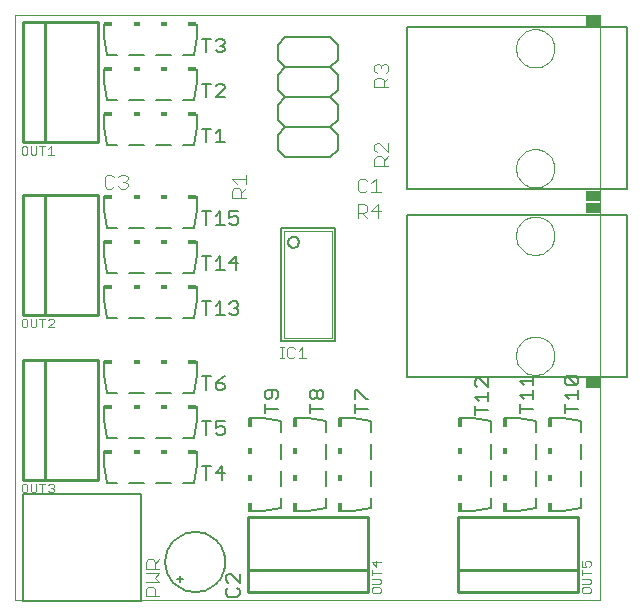
<source format=gto>
G75*
G70*
%OFA0B0*%
%FSLAX24Y24*%
%IPPOS*%
%LPD*%
%AMOC8*
5,1,8,0,0,1.08239X$1,22.5*
%
%ADD10C,0.0000*%
%ADD11C,0.0060*%
%ADD12R,0.0300X0.0150*%
%ADD13R,0.0200X0.0150*%
%ADD14C,0.0050*%
%ADD15R,0.0150X0.0300*%
%ADD16R,0.0150X0.0200*%
%ADD17C,0.0040*%
%ADD18C,0.0020*%
%ADD19C,0.0080*%
%ADD20C,0.0004*%
%ADD21R,0.0450X0.0364*%
%ADD22C,0.0100*%
%ADD23C,0.0030*%
D10*
X000180Y000680D02*
X000180Y020176D01*
X019675Y020176D01*
X019675Y000680D01*
X000180Y000680D01*
X016869Y008805D02*
X016871Y008855D01*
X016877Y008905D01*
X016887Y008954D01*
X016900Y009003D01*
X016918Y009050D01*
X016939Y009096D01*
X016963Y009139D01*
X016991Y009181D01*
X017022Y009221D01*
X017056Y009258D01*
X017093Y009292D01*
X017133Y009323D01*
X017175Y009351D01*
X017218Y009375D01*
X017264Y009396D01*
X017311Y009414D01*
X017360Y009427D01*
X017409Y009437D01*
X017459Y009443D01*
X017509Y009445D01*
X017559Y009443D01*
X017609Y009437D01*
X017658Y009427D01*
X017707Y009414D01*
X017754Y009396D01*
X017800Y009375D01*
X017843Y009351D01*
X017885Y009323D01*
X017925Y009292D01*
X017962Y009258D01*
X017996Y009221D01*
X018027Y009181D01*
X018055Y009139D01*
X018079Y009096D01*
X018100Y009050D01*
X018118Y009003D01*
X018131Y008954D01*
X018141Y008905D01*
X018147Y008855D01*
X018149Y008805D01*
X018147Y008755D01*
X018141Y008705D01*
X018131Y008656D01*
X018118Y008607D01*
X018100Y008560D01*
X018079Y008514D01*
X018055Y008471D01*
X018027Y008429D01*
X017996Y008389D01*
X017962Y008352D01*
X017925Y008318D01*
X017885Y008287D01*
X017843Y008259D01*
X017800Y008235D01*
X017754Y008214D01*
X017707Y008196D01*
X017658Y008183D01*
X017609Y008173D01*
X017559Y008167D01*
X017509Y008165D01*
X017459Y008167D01*
X017409Y008173D01*
X017360Y008183D01*
X017311Y008196D01*
X017264Y008214D01*
X017218Y008235D01*
X017175Y008259D01*
X017133Y008287D01*
X017093Y008318D01*
X017056Y008352D01*
X017022Y008389D01*
X016991Y008429D01*
X016963Y008471D01*
X016939Y008514D01*
X016918Y008560D01*
X016900Y008607D01*
X016887Y008656D01*
X016877Y008705D01*
X016871Y008755D01*
X016869Y008805D01*
X016869Y012805D02*
X016871Y012855D01*
X016877Y012905D01*
X016887Y012954D01*
X016900Y013003D01*
X016918Y013050D01*
X016939Y013096D01*
X016963Y013139D01*
X016991Y013181D01*
X017022Y013221D01*
X017056Y013258D01*
X017093Y013292D01*
X017133Y013323D01*
X017175Y013351D01*
X017218Y013375D01*
X017264Y013396D01*
X017311Y013414D01*
X017360Y013427D01*
X017409Y013437D01*
X017459Y013443D01*
X017509Y013445D01*
X017559Y013443D01*
X017609Y013437D01*
X017658Y013427D01*
X017707Y013414D01*
X017754Y013396D01*
X017800Y013375D01*
X017843Y013351D01*
X017885Y013323D01*
X017925Y013292D01*
X017962Y013258D01*
X017996Y013221D01*
X018027Y013181D01*
X018055Y013139D01*
X018079Y013096D01*
X018100Y013050D01*
X018118Y013003D01*
X018131Y012954D01*
X018141Y012905D01*
X018147Y012855D01*
X018149Y012805D01*
X018147Y012755D01*
X018141Y012705D01*
X018131Y012656D01*
X018118Y012607D01*
X018100Y012560D01*
X018079Y012514D01*
X018055Y012471D01*
X018027Y012429D01*
X017996Y012389D01*
X017962Y012352D01*
X017925Y012318D01*
X017885Y012287D01*
X017843Y012259D01*
X017800Y012235D01*
X017754Y012214D01*
X017707Y012196D01*
X017658Y012183D01*
X017609Y012173D01*
X017559Y012167D01*
X017509Y012165D01*
X017459Y012167D01*
X017409Y012173D01*
X017360Y012183D01*
X017311Y012196D01*
X017264Y012214D01*
X017218Y012235D01*
X017175Y012259D01*
X017133Y012287D01*
X017093Y012318D01*
X017056Y012352D01*
X017022Y012389D01*
X016991Y012429D01*
X016963Y012471D01*
X016939Y012514D01*
X016918Y012560D01*
X016900Y012607D01*
X016887Y012656D01*
X016877Y012705D01*
X016871Y012755D01*
X016869Y012805D01*
X016869Y015055D02*
X016871Y015105D01*
X016877Y015155D01*
X016887Y015204D01*
X016900Y015253D01*
X016918Y015300D01*
X016939Y015346D01*
X016963Y015389D01*
X016991Y015431D01*
X017022Y015471D01*
X017056Y015508D01*
X017093Y015542D01*
X017133Y015573D01*
X017175Y015601D01*
X017218Y015625D01*
X017264Y015646D01*
X017311Y015664D01*
X017360Y015677D01*
X017409Y015687D01*
X017459Y015693D01*
X017509Y015695D01*
X017559Y015693D01*
X017609Y015687D01*
X017658Y015677D01*
X017707Y015664D01*
X017754Y015646D01*
X017800Y015625D01*
X017843Y015601D01*
X017885Y015573D01*
X017925Y015542D01*
X017962Y015508D01*
X017996Y015471D01*
X018027Y015431D01*
X018055Y015389D01*
X018079Y015346D01*
X018100Y015300D01*
X018118Y015253D01*
X018131Y015204D01*
X018141Y015155D01*
X018147Y015105D01*
X018149Y015055D01*
X018147Y015005D01*
X018141Y014955D01*
X018131Y014906D01*
X018118Y014857D01*
X018100Y014810D01*
X018079Y014764D01*
X018055Y014721D01*
X018027Y014679D01*
X017996Y014639D01*
X017962Y014602D01*
X017925Y014568D01*
X017885Y014537D01*
X017843Y014509D01*
X017800Y014485D01*
X017754Y014464D01*
X017707Y014446D01*
X017658Y014433D01*
X017609Y014423D01*
X017559Y014417D01*
X017509Y014415D01*
X017459Y014417D01*
X017409Y014423D01*
X017360Y014433D01*
X017311Y014446D01*
X017264Y014464D01*
X017218Y014485D01*
X017175Y014509D01*
X017133Y014537D01*
X017093Y014568D01*
X017056Y014602D01*
X017022Y014639D01*
X016991Y014679D01*
X016963Y014721D01*
X016939Y014764D01*
X016918Y014810D01*
X016900Y014857D01*
X016887Y014906D01*
X016877Y014955D01*
X016871Y015005D01*
X016869Y015055D01*
X016869Y019055D02*
X016871Y019105D01*
X016877Y019155D01*
X016887Y019204D01*
X016900Y019253D01*
X016918Y019300D01*
X016939Y019346D01*
X016963Y019389D01*
X016991Y019431D01*
X017022Y019471D01*
X017056Y019508D01*
X017093Y019542D01*
X017133Y019573D01*
X017175Y019601D01*
X017218Y019625D01*
X017264Y019646D01*
X017311Y019664D01*
X017360Y019677D01*
X017409Y019687D01*
X017459Y019693D01*
X017509Y019695D01*
X017559Y019693D01*
X017609Y019687D01*
X017658Y019677D01*
X017707Y019664D01*
X017754Y019646D01*
X017800Y019625D01*
X017843Y019601D01*
X017885Y019573D01*
X017925Y019542D01*
X017962Y019508D01*
X017996Y019471D01*
X018027Y019431D01*
X018055Y019389D01*
X018079Y019346D01*
X018100Y019300D01*
X018118Y019253D01*
X018131Y019204D01*
X018141Y019155D01*
X018147Y019105D01*
X018149Y019055D01*
X018147Y019005D01*
X018141Y018955D01*
X018131Y018906D01*
X018118Y018857D01*
X018100Y018810D01*
X018079Y018764D01*
X018055Y018721D01*
X018027Y018679D01*
X017996Y018639D01*
X017962Y018602D01*
X017925Y018568D01*
X017885Y018537D01*
X017843Y018509D01*
X017800Y018485D01*
X017754Y018464D01*
X017707Y018446D01*
X017658Y018433D01*
X017609Y018423D01*
X017559Y018417D01*
X017509Y018415D01*
X017459Y018417D01*
X017409Y018423D01*
X017360Y018433D01*
X017311Y018446D01*
X017264Y018464D01*
X017218Y018485D01*
X017175Y018509D01*
X017133Y018537D01*
X017093Y018568D01*
X017056Y018602D01*
X017022Y018639D01*
X016991Y018679D01*
X016963Y018721D01*
X016939Y018764D01*
X016918Y018810D01*
X016900Y018857D01*
X016887Y018906D01*
X016877Y018955D01*
X016871Y019005D01*
X016869Y019055D01*
D11*
X010930Y019180D02*
X010930Y018680D01*
X010680Y018430D01*
X009180Y018430D01*
X008930Y018680D01*
X008930Y019180D01*
X009180Y019430D01*
X010680Y019430D01*
X010930Y019180D01*
X010680Y018430D02*
X010930Y018180D01*
X010930Y017680D01*
X010680Y017430D01*
X009180Y017430D01*
X008930Y017680D01*
X008930Y018180D01*
X009180Y018430D01*
X009180Y017430D02*
X008930Y017180D01*
X008930Y016680D01*
X009180Y016430D01*
X010680Y016430D01*
X010930Y016680D01*
X010930Y017180D01*
X010680Y017430D01*
X010680Y016430D02*
X010930Y016180D01*
X010930Y015680D01*
X010680Y015430D01*
X009180Y015430D01*
X008930Y015680D01*
X008930Y016180D01*
X009180Y016430D01*
X006230Y016430D02*
X006230Y016880D01*
X006230Y016430D02*
X006130Y015830D01*
X005780Y015830D01*
X005380Y015830D02*
X004880Y015830D01*
X004480Y015830D02*
X003980Y015830D01*
X003580Y015830D02*
X003230Y015830D01*
X003130Y016430D01*
X003130Y016880D01*
X003230Y017330D02*
X003580Y017330D01*
X003230Y017330D02*
X003130Y017930D01*
X003130Y018380D01*
X003230Y018830D02*
X003580Y018830D01*
X003230Y018830D02*
X003130Y019430D01*
X003130Y019880D01*
X003980Y018830D02*
X004480Y018830D01*
X004880Y018830D02*
X005380Y018830D01*
X005780Y018830D02*
X006130Y018830D01*
X006230Y019430D01*
X006230Y019880D01*
X006230Y018380D02*
X006230Y017930D01*
X006130Y017330D01*
X005780Y017330D01*
X005380Y017330D02*
X004880Y017330D01*
X004480Y017330D02*
X003980Y017330D01*
X003130Y014130D02*
X003130Y013680D01*
X003230Y013080D01*
X003580Y013080D01*
X003980Y013080D02*
X004480Y013080D01*
X004880Y013080D02*
X005380Y013080D01*
X005780Y013080D02*
X006130Y013080D01*
X006230Y013680D01*
X006230Y014130D01*
X006230Y012630D02*
X006230Y012180D01*
X006130Y011580D01*
X005780Y011580D01*
X005380Y011580D02*
X004880Y011580D01*
X004480Y011580D02*
X003980Y011580D01*
X003580Y011580D02*
X003230Y011580D01*
X003130Y012180D01*
X003130Y012630D01*
X003130Y011130D02*
X003130Y010680D01*
X003230Y010080D01*
X003580Y010080D01*
X003980Y010080D02*
X004480Y010080D01*
X004880Y010080D02*
X005380Y010080D01*
X005780Y010080D02*
X006130Y010080D01*
X006230Y010680D01*
X006230Y011130D01*
X006230Y008630D02*
X006230Y008180D01*
X006130Y007580D01*
X005780Y007580D01*
X005380Y007580D02*
X004880Y007580D01*
X004480Y007580D02*
X003980Y007580D01*
X003580Y007580D02*
X003230Y007580D01*
X003130Y008180D01*
X003130Y008630D01*
X003130Y007130D02*
X003130Y006680D01*
X003230Y006080D01*
X003580Y006080D01*
X003980Y006080D02*
X004480Y006080D01*
X004880Y006080D02*
X005380Y006080D01*
X005780Y006080D02*
X006130Y006080D01*
X006230Y006680D01*
X006230Y007130D01*
X006230Y005630D02*
X006230Y005180D01*
X006130Y004580D01*
X005780Y004580D01*
X005380Y004580D02*
X004880Y004580D01*
X004480Y004580D02*
X003980Y004580D01*
X003580Y004580D02*
X003230Y004580D01*
X003130Y005180D01*
X003130Y005630D01*
X005180Y001930D02*
X005182Y001993D01*
X005188Y002055D01*
X005198Y002117D01*
X005211Y002179D01*
X005229Y002239D01*
X005250Y002298D01*
X005275Y002356D01*
X005304Y002412D01*
X005336Y002466D01*
X005371Y002518D01*
X005409Y002567D01*
X005451Y002615D01*
X005495Y002659D01*
X005543Y002701D01*
X005592Y002739D01*
X005644Y002774D01*
X005698Y002806D01*
X005754Y002835D01*
X005812Y002860D01*
X005871Y002881D01*
X005931Y002899D01*
X005993Y002912D01*
X006055Y002922D01*
X006117Y002928D01*
X006180Y002930D01*
X006243Y002928D01*
X006305Y002922D01*
X006367Y002912D01*
X006429Y002899D01*
X006489Y002881D01*
X006548Y002860D01*
X006606Y002835D01*
X006662Y002806D01*
X006716Y002774D01*
X006768Y002739D01*
X006817Y002701D01*
X006865Y002659D01*
X006909Y002615D01*
X006951Y002567D01*
X006989Y002518D01*
X007024Y002466D01*
X007056Y002412D01*
X007085Y002356D01*
X007110Y002298D01*
X007131Y002239D01*
X007149Y002179D01*
X007162Y002117D01*
X007172Y002055D01*
X007178Y001993D01*
X007180Y001930D01*
X007178Y001867D01*
X007172Y001805D01*
X007162Y001743D01*
X007149Y001681D01*
X007131Y001621D01*
X007110Y001562D01*
X007085Y001504D01*
X007056Y001448D01*
X007024Y001394D01*
X006989Y001342D01*
X006951Y001293D01*
X006909Y001245D01*
X006865Y001201D01*
X006817Y001159D01*
X006768Y001121D01*
X006716Y001086D01*
X006662Y001054D01*
X006606Y001025D01*
X006548Y001000D01*
X006489Y000979D01*
X006429Y000961D01*
X006367Y000948D01*
X006305Y000938D01*
X006243Y000932D01*
X006180Y000930D01*
X006117Y000932D01*
X006055Y000938D01*
X005993Y000948D01*
X005931Y000961D01*
X005871Y000979D01*
X005812Y001000D01*
X005754Y001025D01*
X005698Y001054D01*
X005644Y001086D01*
X005592Y001121D01*
X005543Y001159D01*
X005495Y001201D01*
X005451Y001245D01*
X005409Y001293D01*
X005371Y001342D01*
X005336Y001394D01*
X005304Y001448D01*
X005275Y001504D01*
X005250Y001562D01*
X005229Y001621D01*
X005211Y001681D01*
X005198Y001743D01*
X005188Y001805D01*
X005182Y001867D01*
X005180Y001930D01*
X005680Y001480D02*
X005680Y001380D01*
X005580Y001380D01*
X005680Y001380D02*
X005780Y001380D01*
X005680Y001380D02*
X005680Y001280D01*
X007980Y003630D02*
X008430Y003630D01*
X009030Y003730D01*
X009030Y004080D01*
X009030Y004480D02*
X009030Y004980D01*
X009030Y005380D02*
X009030Y005880D01*
X009030Y006280D02*
X009030Y006630D01*
X008430Y006730D01*
X007980Y006730D01*
X009480Y006730D02*
X009930Y006730D01*
X010530Y006630D01*
X010530Y006280D01*
X010530Y005880D02*
X010530Y005380D01*
X010530Y004980D02*
X010530Y004480D01*
X010530Y004080D02*
X010530Y003730D01*
X009930Y003630D01*
X009480Y003630D01*
X010980Y003630D02*
X011430Y003630D01*
X012030Y003730D01*
X012030Y004080D01*
X012030Y004480D02*
X012030Y004980D01*
X012030Y005380D02*
X012030Y005880D01*
X012030Y006280D02*
X012030Y006630D01*
X011430Y006730D01*
X010980Y006730D01*
X010829Y009294D02*
X009031Y009294D01*
X009031Y013066D01*
X010829Y013066D01*
X010829Y009294D01*
X009270Y012588D02*
X009272Y012614D01*
X009278Y012640D01*
X009287Y012664D01*
X009300Y012687D01*
X009316Y012708D01*
X009335Y012726D01*
X009356Y012742D01*
X009380Y012754D01*
X009404Y012762D01*
X009430Y012767D01*
X009457Y012768D01*
X009483Y012765D01*
X009508Y012758D01*
X009532Y012748D01*
X009555Y012734D01*
X009575Y012718D01*
X009592Y012698D01*
X009607Y012676D01*
X009618Y012652D01*
X009626Y012627D01*
X009630Y012601D01*
X009630Y012575D01*
X009626Y012549D01*
X009618Y012524D01*
X009607Y012500D01*
X009592Y012478D01*
X009575Y012458D01*
X009555Y012442D01*
X009532Y012428D01*
X009508Y012418D01*
X009483Y012411D01*
X009457Y012408D01*
X009430Y012409D01*
X009404Y012414D01*
X009380Y012422D01*
X009356Y012434D01*
X009335Y012450D01*
X009316Y012468D01*
X009300Y012489D01*
X009287Y012512D01*
X009278Y012536D01*
X009272Y012562D01*
X009270Y012588D01*
X014980Y006730D02*
X015430Y006730D01*
X016030Y006630D01*
X016030Y006280D01*
X016030Y005880D02*
X016030Y005380D01*
X016030Y004980D02*
X016030Y004480D01*
X016030Y004080D02*
X016030Y003730D01*
X015430Y003630D01*
X014980Y003630D01*
X016480Y003630D02*
X016930Y003630D01*
X017530Y003730D01*
X017530Y004080D01*
X017530Y004480D02*
X017530Y004980D01*
X017530Y005380D02*
X017530Y005880D01*
X017530Y006280D02*
X017530Y006630D01*
X016930Y006730D01*
X016480Y006730D01*
X017980Y006730D02*
X018430Y006730D01*
X019030Y006630D01*
X019030Y006280D01*
X019030Y005880D02*
X019030Y005380D01*
X019030Y004980D02*
X019030Y004480D01*
X019030Y004080D02*
X019030Y003730D01*
X018430Y003630D01*
X017980Y003630D01*
D12*
X006080Y005605D03*
X006080Y007105D03*
X006080Y008605D03*
X006080Y011105D03*
X006080Y012605D03*
X006080Y014105D03*
X006080Y016855D03*
X006080Y018355D03*
X006080Y019855D03*
X003280Y019855D03*
X003280Y018355D03*
X003280Y016855D03*
X003280Y014105D03*
X003280Y012605D03*
X003280Y011105D03*
X003280Y008605D03*
X003280Y007105D03*
X003280Y005605D03*
D13*
X004230Y005605D03*
X005130Y005605D03*
X005130Y007105D03*
X004230Y007105D03*
X004230Y008605D03*
X005130Y008605D03*
X005130Y011105D03*
X004230Y011105D03*
X004230Y012605D03*
X005130Y012605D03*
X005130Y014105D03*
X004230Y014105D03*
X004230Y016855D03*
X005130Y016855D03*
X005130Y018355D03*
X004230Y018355D03*
X004230Y019855D03*
X005130Y019855D03*
D14*
X006395Y019365D02*
X006695Y019365D01*
X006545Y019365D02*
X006545Y018915D01*
X006855Y018990D02*
X006930Y018915D01*
X007081Y018915D01*
X007156Y018990D01*
X007156Y019065D01*
X007081Y019140D01*
X007006Y019140D01*
X007081Y019140D02*
X007156Y019215D01*
X007156Y019290D01*
X007081Y019365D01*
X006930Y019365D01*
X006855Y019290D01*
X006930Y017865D02*
X006855Y017790D01*
X006930Y017865D02*
X007081Y017865D01*
X007156Y017790D01*
X007156Y017715D01*
X006855Y017415D01*
X007156Y017415D01*
X006695Y017865D02*
X006395Y017865D01*
X006545Y017865D02*
X006545Y017415D01*
X006545Y016365D02*
X006545Y015915D01*
X006855Y015915D02*
X007156Y015915D01*
X007006Y015915D02*
X007006Y016365D01*
X006855Y016215D01*
X006695Y016365D02*
X006395Y016365D01*
X006395Y013615D02*
X006695Y013615D01*
X006545Y013615D02*
X006545Y013165D01*
X006855Y013165D02*
X007156Y013165D01*
X007006Y013165D02*
X007006Y013615D01*
X006855Y013465D01*
X007316Y013390D02*
X007466Y013465D01*
X007541Y013465D01*
X007616Y013390D01*
X007616Y013240D01*
X007541Y013165D01*
X007391Y013165D01*
X007316Y013240D01*
X007316Y013390D02*
X007316Y013615D01*
X007616Y013615D01*
X007541Y012115D02*
X007316Y011890D01*
X007616Y011890D01*
X007541Y011665D02*
X007541Y012115D01*
X007156Y011665D02*
X006855Y011665D01*
X007006Y011665D02*
X007006Y012115D01*
X006855Y011965D01*
X006695Y012115D02*
X006395Y012115D01*
X006545Y012115D02*
X006545Y011665D01*
X006545Y010615D02*
X006545Y010165D01*
X006855Y010165D02*
X007156Y010165D01*
X007006Y010165D02*
X007006Y010615D01*
X006855Y010465D01*
X006695Y010615D02*
X006395Y010615D01*
X007316Y010540D02*
X007391Y010615D01*
X007541Y010615D01*
X007616Y010540D01*
X007616Y010465D01*
X007541Y010390D01*
X007616Y010315D01*
X007616Y010240D01*
X007541Y010165D01*
X007391Y010165D01*
X007316Y010240D01*
X007466Y010390D02*
X007541Y010390D01*
X007156Y008115D02*
X007006Y008040D01*
X006855Y007890D01*
X007081Y007890D01*
X007156Y007815D01*
X007156Y007740D01*
X007081Y007665D01*
X006930Y007665D01*
X006855Y007740D01*
X006855Y007890D01*
X006695Y008115D02*
X006395Y008115D01*
X006545Y008115D02*
X006545Y007665D01*
X006545Y006615D02*
X006545Y006165D01*
X006855Y006240D02*
X006930Y006165D01*
X007081Y006165D01*
X007156Y006240D01*
X007156Y006390D01*
X007081Y006465D01*
X007006Y006465D01*
X006855Y006390D01*
X006855Y006615D01*
X007156Y006615D01*
X006695Y006615D02*
X006395Y006615D01*
X006395Y005115D02*
X006695Y005115D01*
X006545Y005115D02*
X006545Y004665D01*
X006855Y004890D02*
X007156Y004890D01*
X007081Y004665D02*
X007081Y005115D01*
X006855Y004890D01*
X008495Y006895D02*
X008495Y007195D01*
X008495Y007045D02*
X008945Y007045D01*
X008870Y007355D02*
X008945Y007430D01*
X008945Y007581D01*
X008870Y007656D01*
X008570Y007656D01*
X008495Y007581D01*
X008495Y007430D01*
X008570Y007355D01*
X008645Y007355D01*
X008720Y007430D01*
X008720Y007656D01*
X009995Y007581D02*
X010070Y007656D01*
X010145Y007656D01*
X010220Y007581D01*
X010220Y007430D01*
X010145Y007355D01*
X010070Y007355D01*
X009995Y007430D01*
X009995Y007581D01*
X010220Y007581D02*
X010295Y007656D01*
X010370Y007656D01*
X010445Y007581D01*
X010445Y007430D01*
X010370Y007355D01*
X010295Y007355D01*
X010220Y007430D01*
X009995Y007195D02*
X009995Y006895D01*
X009995Y007045D02*
X010445Y007045D01*
X011495Y007045D02*
X011945Y007045D01*
X011945Y007355D02*
X011870Y007355D01*
X011570Y007656D01*
X011495Y007656D01*
X011495Y007355D01*
X011495Y007195D02*
X011495Y006895D01*
X015495Y006833D02*
X015495Y007133D01*
X015495Y006983D02*
X015945Y006983D01*
X015945Y007293D02*
X015945Y007593D01*
X015945Y007443D02*
X015495Y007443D01*
X015645Y007293D01*
X015570Y007753D02*
X015495Y007828D01*
X015495Y007978D01*
X015570Y008054D01*
X015645Y008054D01*
X015945Y007753D01*
X015945Y008054D01*
X016995Y007966D02*
X017145Y007816D01*
X016995Y007966D02*
X017445Y007966D01*
X017445Y007816D02*
X017445Y008116D01*
X017445Y007656D02*
X017445Y007355D01*
X017445Y007506D02*
X016995Y007506D01*
X017145Y007355D01*
X016995Y007195D02*
X016995Y006895D01*
X016995Y007045D02*
X017445Y007045D01*
X018495Y007045D02*
X018945Y007045D01*
X018945Y007355D02*
X018945Y007656D01*
X018945Y007506D02*
X018495Y007506D01*
X018645Y007355D01*
X018495Y007195D02*
X018495Y006895D01*
X018570Y007816D02*
X018495Y007891D01*
X018495Y008041D01*
X018570Y008116D01*
X018870Y007816D01*
X018945Y007891D01*
X018945Y008041D01*
X018870Y008116D01*
X018570Y008116D01*
X018570Y007816D02*
X018870Y007816D01*
X007655Y001541D02*
X007655Y001240D01*
X007355Y001541D01*
X007280Y001541D01*
X007205Y001466D01*
X007205Y001315D01*
X007280Y001240D01*
X007280Y001080D02*
X007205Y001005D01*
X007205Y000855D01*
X007280Y000780D01*
X007580Y000780D01*
X007655Y000855D01*
X007655Y001005D01*
X007580Y001080D01*
X004383Y000645D02*
X004383Y004188D01*
X000446Y004188D01*
X000446Y000645D01*
X004383Y000645D01*
D15*
X008005Y003780D03*
X009505Y003780D03*
X011005Y003780D03*
X011005Y006580D03*
X009505Y006580D03*
X008005Y006580D03*
X015005Y006580D03*
X016505Y006580D03*
X018005Y006580D03*
X018005Y003780D03*
X016505Y003780D03*
X015005Y003780D03*
D16*
X015005Y004730D03*
X015005Y005630D03*
X016505Y005630D03*
X016505Y004730D03*
X018005Y004730D03*
X018005Y005630D03*
X011005Y005630D03*
X011005Y004730D03*
X009505Y004730D03*
X009505Y005630D03*
X008005Y005630D03*
X008005Y004730D03*
D17*
X004983Y002019D02*
X004830Y001865D01*
X004830Y001942D02*
X004830Y001712D01*
X004983Y001712D02*
X004523Y001712D01*
X004523Y001942D01*
X004600Y002019D01*
X004753Y002019D01*
X004830Y001942D01*
X004983Y001559D02*
X004523Y001559D01*
X004523Y001252D02*
X004983Y001252D01*
X004830Y001405D01*
X004983Y001559D01*
X004753Y001098D02*
X004830Y001021D01*
X004830Y000791D01*
X004983Y000791D02*
X004523Y000791D01*
X004523Y001021D01*
X004600Y001098D01*
X004753Y001098D01*
X009005Y008736D02*
X009125Y008736D01*
X009065Y008736D02*
X009065Y009096D01*
X009005Y009096D02*
X009125Y009096D01*
X009251Y009036D02*
X009311Y009096D01*
X009431Y009096D01*
X009491Y009036D01*
X009619Y008976D02*
X009739Y009096D01*
X009739Y008736D01*
X009619Y008736D02*
X009859Y008736D01*
X009491Y008796D02*
X009431Y008736D01*
X009311Y008736D01*
X009251Y008796D01*
X009251Y009036D01*
X011588Y013400D02*
X011588Y013860D01*
X011818Y013860D01*
X011894Y013784D01*
X011894Y013630D01*
X011818Y013553D01*
X011588Y013553D01*
X011741Y013553D02*
X011894Y013400D01*
X012048Y013630D02*
X012355Y013630D01*
X012278Y013400D02*
X012278Y013860D01*
X012048Y013630D01*
X012052Y014250D02*
X012359Y014250D01*
X012206Y014250D02*
X012206Y014710D01*
X012052Y014557D01*
X011899Y014634D02*
X011822Y014710D01*
X011668Y014710D01*
X011592Y014634D01*
X011592Y014327D01*
X011668Y014250D01*
X011822Y014250D01*
X011899Y014327D01*
X012150Y015142D02*
X012150Y015372D01*
X012226Y015449D01*
X012380Y015449D01*
X012457Y015372D01*
X012457Y015142D01*
X012610Y015142D02*
X012150Y015142D01*
X012457Y015295D02*
X012610Y015449D01*
X012610Y015602D02*
X012303Y015909D01*
X012226Y015909D01*
X012150Y015832D01*
X012150Y015679D01*
X012226Y015602D01*
X012610Y015602D02*
X012610Y015909D01*
X012610Y017767D02*
X012150Y017767D01*
X012150Y017997D01*
X012226Y018074D01*
X012380Y018074D01*
X012457Y017997D01*
X012457Y017767D01*
X012457Y017920D02*
X012610Y018074D01*
X012533Y018227D02*
X012610Y018304D01*
X012610Y018457D01*
X012533Y018534D01*
X012457Y018534D01*
X012380Y018457D01*
X012380Y018381D01*
X012380Y018457D02*
X012303Y018534D01*
X012226Y018534D01*
X012150Y018457D01*
X012150Y018304D01*
X012226Y018227D01*
X007860Y014847D02*
X007860Y014540D01*
X007860Y014693D02*
X007400Y014693D01*
X007553Y014540D01*
X007476Y014386D02*
X007400Y014309D01*
X007400Y014079D01*
X007860Y014079D01*
X007707Y014079D02*
X007707Y014309D01*
X007630Y014386D01*
X007476Y014386D01*
X007707Y014233D02*
X007860Y014386D01*
X003922Y014452D02*
X003845Y014375D01*
X003691Y014375D01*
X003615Y014452D01*
X003461Y014452D02*
X003384Y014375D01*
X003231Y014375D01*
X003154Y014452D01*
X003154Y014759D01*
X003231Y014835D01*
X003384Y014835D01*
X003461Y014759D01*
X003615Y014759D02*
X003691Y014835D01*
X003845Y014835D01*
X003922Y014759D01*
X003922Y014682D01*
X003845Y014605D01*
X003922Y014528D01*
X003922Y014452D01*
X003845Y014605D02*
X003768Y014605D01*
D18*
X009121Y012976D02*
X009121Y009384D01*
X010739Y009384D01*
X010739Y012976D01*
X009121Y012976D01*
D19*
X013249Y013512D02*
X020573Y013512D01*
X020573Y008098D01*
X013249Y008098D01*
X013249Y013512D01*
X013249Y014348D02*
X020573Y014348D01*
X020573Y019762D01*
X013249Y019762D01*
X013249Y014348D01*
D20*
X019678Y013980D02*
X019678Y020130D01*
X019678Y013880D02*
X019678Y007730D01*
D21*
X019443Y007887D03*
X019443Y013723D03*
X019443Y014137D03*
X019443Y019973D03*
D22*
X002930Y019930D02*
X002930Y015930D01*
X001180Y015930D01*
X001180Y019930D01*
X002930Y019930D01*
X001180Y019930D02*
X000430Y019930D01*
X000430Y015930D01*
X001180Y015930D01*
X001180Y014180D02*
X000430Y014180D01*
X000430Y010180D01*
X001180Y010180D01*
X001180Y014180D01*
X002930Y014180D01*
X002930Y010180D01*
X001180Y010180D01*
X001180Y008680D02*
X000430Y008680D01*
X000430Y004680D01*
X001180Y004680D01*
X001180Y008680D01*
X002930Y008680D01*
X002930Y004680D01*
X001180Y004680D01*
X007930Y003430D02*
X007930Y001680D01*
X011930Y001680D01*
X011930Y000930D01*
X007930Y000930D01*
X007930Y001680D01*
X007930Y003430D02*
X011930Y003430D01*
X011930Y001680D01*
X014930Y001680D02*
X014930Y000930D01*
X018930Y000930D01*
X018930Y001680D01*
X014930Y001680D01*
X014930Y003430D01*
X018930Y003430D01*
X018930Y001680D01*
D23*
X019070Y001674D02*
X019070Y001481D01*
X019070Y001577D02*
X019360Y001577D01*
X019312Y001380D02*
X019070Y001380D01*
X019070Y001186D02*
X019312Y001186D01*
X019360Y001234D01*
X019360Y001331D01*
X019312Y001380D01*
X019312Y001085D02*
X019118Y001085D01*
X019070Y001037D01*
X019070Y000940D01*
X019118Y000891D01*
X019312Y000891D01*
X019360Y000940D01*
X019360Y001037D01*
X019312Y001085D01*
X019312Y001775D02*
X019360Y001824D01*
X019360Y001920D01*
X019312Y001969D01*
X019215Y001969D01*
X019167Y001920D01*
X019167Y001872D01*
X019215Y001775D01*
X019070Y001775D01*
X019070Y001969D01*
X012360Y001920D02*
X012070Y001920D01*
X012215Y001775D01*
X012215Y001969D01*
X012070Y001674D02*
X012070Y001481D01*
X012070Y001577D02*
X012360Y001577D01*
X012312Y001380D02*
X012070Y001380D01*
X012070Y001186D02*
X012312Y001186D01*
X012360Y001234D01*
X012360Y001331D01*
X012312Y001380D01*
X012312Y001085D02*
X012118Y001085D01*
X012070Y001037D01*
X012070Y000940D01*
X012118Y000891D01*
X012312Y000891D01*
X012360Y000940D01*
X012360Y001037D01*
X012312Y001085D01*
X001469Y004298D02*
X001420Y004250D01*
X001324Y004250D01*
X001275Y004298D01*
X001372Y004395D02*
X001420Y004395D01*
X001469Y004347D01*
X001469Y004298D01*
X001420Y004395D02*
X001469Y004443D01*
X001469Y004492D01*
X001420Y004540D01*
X001324Y004540D01*
X001275Y004492D01*
X001174Y004540D02*
X000981Y004540D01*
X001077Y004540D02*
X001077Y004250D01*
X000880Y004298D02*
X000880Y004540D01*
X000686Y004540D02*
X000686Y004298D01*
X000734Y004250D01*
X000831Y004250D01*
X000880Y004298D01*
X000585Y004298D02*
X000585Y004492D01*
X000537Y004540D01*
X000440Y004540D01*
X000391Y004492D01*
X000391Y004298D01*
X000440Y004250D01*
X000537Y004250D01*
X000585Y004298D01*
X000537Y009750D02*
X000585Y009798D01*
X000585Y009992D01*
X000537Y010040D01*
X000440Y010040D01*
X000391Y009992D01*
X000391Y009798D01*
X000440Y009750D01*
X000537Y009750D01*
X000686Y009798D02*
X000686Y010040D01*
X000880Y010040D02*
X000880Y009798D01*
X000831Y009750D01*
X000734Y009750D01*
X000686Y009798D01*
X000981Y010040D02*
X001174Y010040D01*
X001077Y010040D02*
X001077Y009750D01*
X001275Y009750D02*
X001469Y009943D01*
X001469Y009992D01*
X001420Y010040D01*
X001324Y010040D01*
X001275Y009992D01*
X001275Y009750D02*
X001469Y009750D01*
X001469Y015500D02*
X001275Y015500D01*
X001372Y015500D02*
X001372Y015790D01*
X001275Y015693D01*
X001174Y015790D02*
X000981Y015790D01*
X001077Y015790D02*
X001077Y015500D01*
X000880Y015548D02*
X000880Y015790D01*
X000686Y015790D02*
X000686Y015548D01*
X000734Y015500D01*
X000831Y015500D01*
X000880Y015548D01*
X000585Y015548D02*
X000585Y015742D01*
X000537Y015790D01*
X000440Y015790D01*
X000391Y015742D01*
X000391Y015548D01*
X000440Y015500D01*
X000537Y015500D01*
X000585Y015548D01*
M02*

</source>
